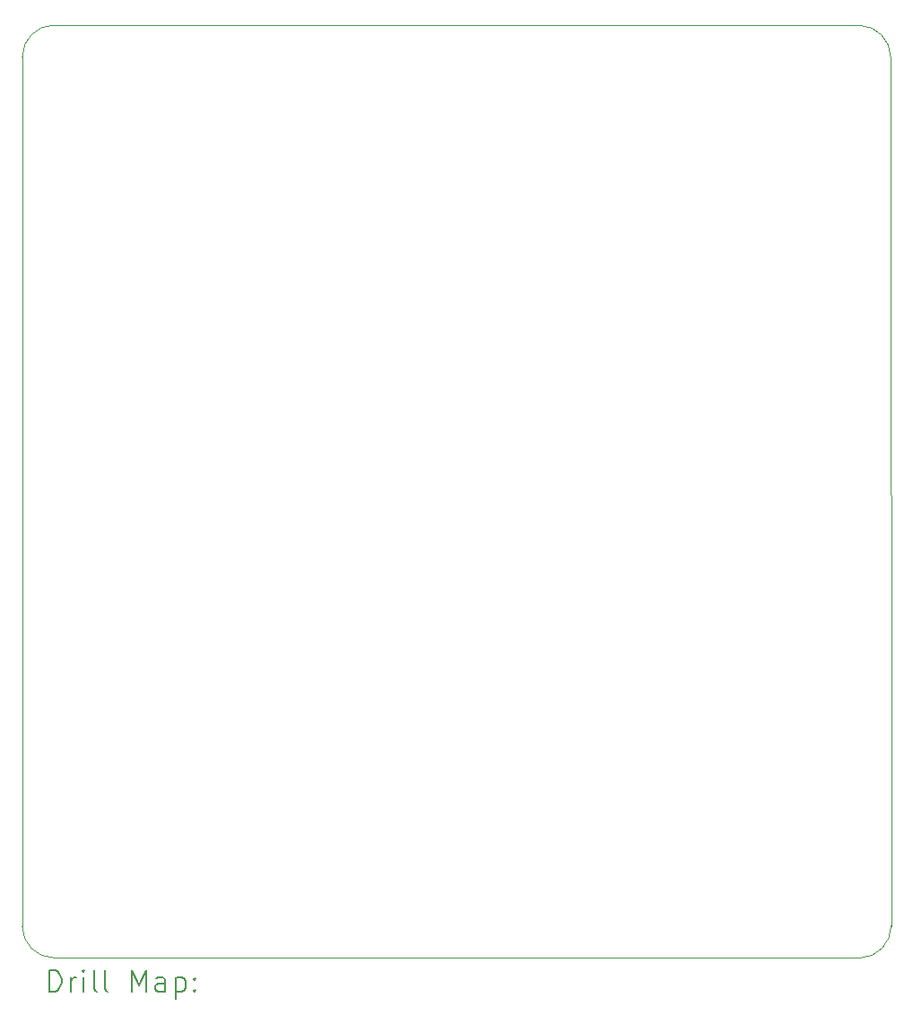
<source format=gbr>
%TF.GenerationSoftware,KiCad,Pcbnew,8.0.4*%
%TF.CreationDate,2024-08-03T01:45:31+02:00*%
%TF.ProjectId,terminal_block,7465726d-696e-4616-9c5f-626c6f636b2e,1*%
%TF.SameCoordinates,Original*%
%TF.FileFunction,Drillmap*%
%TF.FilePolarity,Positive*%
%FSLAX45Y45*%
G04 Gerber Fmt 4.5, Leading zero omitted, Abs format (unit mm)*
G04 Created by KiCad (PCBNEW 8.0.4) date 2024-08-03 01:45:31*
%MOMM*%
%LPD*%
G01*
G04 APERTURE LIST*
%ADD10C,0.100000*%
%ADD11C,0.200000*%
G04 APERTURE END LIST*
D10*
X12249850Y-13740049D02*
G75*
G02*
X11949851Y-13440049I0J299999D01*
G01*
X11950000Y-5240000D02*
X11949850Y-13440049D01*
X20151358Y-13440512D02*
G75*
G02*
X19861192Y-13740511I-300168J2D01*
G01*
X19847868Y-4942132D02*
X12250000Y-4940000D01*
X20151358Y-13440512D02*
X20147868Y-5242132D01*
X11950000Y-5240000D02*
G75*
G02*
X12250000Y-4940000I300000J0D01*
G01*
X12249850Y-13740049D02*
X19861192Y-13740512D01*
X19847868Y-4942132D02*
G75*
G02*
X20147868Y-5242132I2J-299998D01*
G01*
D11*
X12205626Y-14056996D02*
X12205626Y-13856996D01*
X12205626Y-13856996D02*
X12253245Y-13856996D01*
X12253245Y-13856996D02*
X12281817Y-13866520D01*
X12281817Y-13866520D02*
X12300865Y-13885567D01*
X12300865Y-13885567D02*
X12310388Y-13904615D01*
X12310388Y-13904615D02*
X12319912Y-13942710D01*
X12319912Y-13942710D02*
X12319912Y-13971282D01*
X12319912Y-13971282D02*
X12310388Y-14009377D01*
X12310388Y-14009377D02*
X12300865Y-14028424D01*
X12300865Y-14028424D02*
X12281817Y-14047472D01*
X12281817Y-14047472D02*
X12253245Y-14056996D01*
X12253245Y-14056996D02*
X12205626Y-14056996D01*
X12405626Y-14056996D02*
X12405626Y-13923662D01*
X12405626Y-13961758D02*
X12415150Y-13942710D01*
X12415150Y-13942710D02*
X12424674Y-13933186D01*
X12424674Y-13933186D02*
X12443722Y-13923662D01*
X12443722Y-13923662D02*
X12462769Y-13923662D01*
X12529436Y-14056996D02*
X12529436Y-13923662D01*
X12529436Y-13856996D02*
X12519912Y-13866520D01*
X12519912Y-13866520D02*
X12529436Y-13876043D01*
X12529436Y-13876043D02*
X12538960Y-13866520D01*
X12538960Y-13866520D02*
X12529436Y-13856996D01*
X12529436Y-13856996D02*
X12529436Y-13876043D01*
X12653245Y-14056996D02*
X12634198Y-14047472D01*
X12634198Y-14047472D02*
X12624674Y-14028424D01*
X12624674Y-14028424D02*
X12624674Y-13856996D01*
X12758007Y-14056996D02*
X12738960Y-14047472D01*
X12738960Y-14047472D02*
X12729436Y-14028424D01*
X12729436Y-14028424D02*
X12729436Y-13856996D01*
X12986579Y-14056996D02*
X12986579Y-13856996D01*
X12986579Y-13856996D02*
X13053246Y-13999853D01*
X13053246Y-13999853D02*
X13119912Y-13856996D01*
X13119912Y-13856996D02*
X13119912Y-14056996D01*
X13300865Y-14056996D02*
X13300865Y-13952234D01*
X13300865Y-13952234D02*
X13291341Y-13933186D01*
X13291341Y-13933186D02*
X13272293Y-13923662D01*
X13272293Y-13923662D02*
X13234198Y-13923662D01*
X13234198Y-13923662D02*
X13215150Y-13933186D01*
X13300865Y-14047472D02*
X13281817Y-14056996D01*
X13281817Y-14056996D02*
X13234198Y-14056996D01*
X13234198Y-14056996D02*
X13215150Y-14047472D01*
X13215150Y-14047472D02*
X13205626Y-14028424D01*
X13205626Y-14028424D02*
X13205626Y-14009377D01*
X13205626Y-14009377D02*
X13215150Y-13990329D01*
X13215150Y-13990329D02*
X13234198Y-13980805D01*
X13234198Y-13980805D02*
X13281817Y-13980805D01*
X13281817Y-13980805D02*
X13300865Y-13971282D01*
X13396103Y-13923662D02*
X13396103Y-14123662D01*
X13396103Y-13933186D02*
X13415150Y-13923662D01*
X13415150Y-13923662D02*
X13453246Y-13923662D01*
X13453246Y-13923662D02*
X13472293Y-13933186D01*
X13472293Y-13933186D02*
X13481817Y-13942710D01*
X13481817Y-13942710D02*
X13491341Y-13961758D01*
X13491341Y-13961758D02*
X13491341Y-14018901D01*
X13491341Y-14018901D02*
X13481817Y-14037948D01*
X13481817Y-14037948D02*
X13472293Y-14047472D01*
X13472293Y-14047472D02*
X13453246Y-14056996D01*
X13453246Y-14056996D02*
X13415150Y-14056996D01*
X13415150Y-14056996D02*
X13396103Y-14047472D01*
X13577055Y-14037948D02*
X13586579Y-14047472D01*
X13586579Y-14047472D02*
X13577055Y-14056996D01*
X13577055Y-14056996D02*
X13567531Y-14047472D01*
X13567531Y-14047472D02*
X13577055Y-14037948D01*
X13577055Y-14037948D02*
X13577055Y-14056996D01*
X13577055Y-13933186D02*
X13586579Y-13942710D01*
X13586579Y-13942710D02*
X13577055Y-13952234D01*
X13577055Y-13952234D02*
X13567531Y-13942710D01*
X13567531Y-13942710D02*
X13577055Y-13933186D01*
X13577055Y-13933186D02*
X13577055Y-13952234D01*
M02*

</source>
